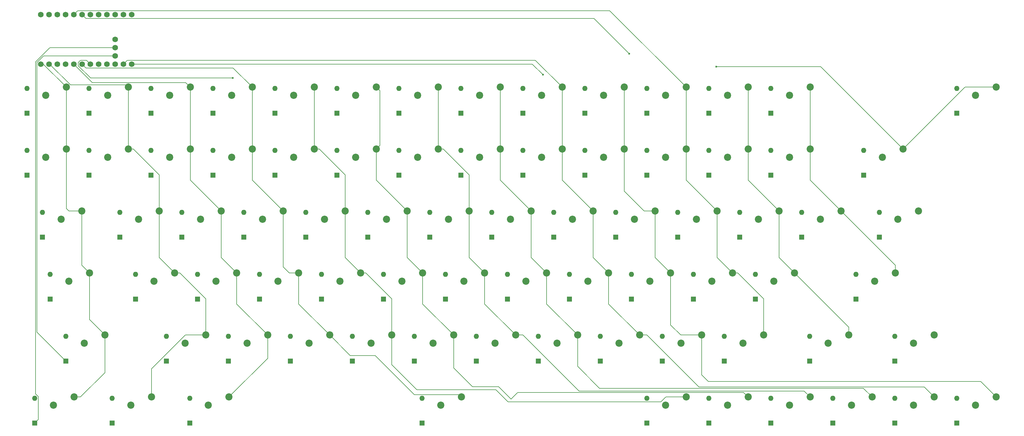
<source format=gbr>
%TF.GenerationSoftware,KiCad,Pcbnew,9.0.2*%
%TF.CreationDate,2025-06-25T18:54:02-05:00*%
%TF.ProjectId,MechaSlate,4d656368-6153-46c6-9174-652e6b696361,rev?*%
%TF.SameCoordinates,Original*%
%TF.FileFunction,Copper,L2,Bot*%
%TF.FilePolarity,Positive*%
%FSLAX46Y46*%
G04 Gerber Fmt 4.6, Leading zero omitted, Abs format (unit mm)*
G04 Created by KiCad (PCBNEW 9.0.2) date 2025-06-25 18:54:02*
%MOMM*%
%LPD*%
G01*
G04 APERTURE LIST*
%TA.AperFunction,ComponentPad*%
%ADD10C,2.200000*%
%TD*%
%TA.AperFunction,ComponentPad*%
%ADD11C,1.752600*%
%TD*%
%TA.AperFunction,ComponentPad*%
%ADD12R,1.600000X1.600000*%
%TD*%
%TA.AperFunction,ComponentPad*%
%ADD13O,1.600000X1.600000*%
%TD*%
%TA.AperFunction,ViaPad*%
%ADD14C,0.600000*%
%TD*%
%TA.AperFunction,Conductor*%
%ADD15C,0.200000*%
%TD*%
G04 APERTURE END LIST*
D10*
%TO.P,S5,1,1*%
%TO.N,col 4*%
X264235000Y-146420000D03*
%TO.P,S5,2,2*%
%TO.N,Net-(D5-A)*%
X257885000Y-148960000D03*
%TD*%
%TO.P,S44,1,1*%
%TO.N,col 1*%
X221372500Y-203570000D03*
%TO.P,S44,2,2*%
%TO.N,Net-(D44-A)*%
X215022500Y-206110000D03*
%TD*%
%TO.P,S61,1,1*%
%TO.N,col 5*%
X307097500Y-222620000D03*
%TO.P,S61,2,2*%
%TO.N,Net-(D61-A)*%
X300747500Y-225160000D03*
%TD*%
%TO.P,S12,1,1*%
%TO.N,col 11*%
X397585000Y-146420000D03*
%TO.P,S12,2,2*%
%TO.N,Net-(D12-A)*%
X391235000Y-148960000D03*
%TD*%
%TO.P,S3,1,1*%
%TO.N,col 2*%
X226135000Y-146420000D03*
%TO.P,S3,2,2*%
%TO.N,Net-(D3-A)*%
X219785000Y-148960000D03*
%TD*%
%TO.P,S48,1,1*%
%TO.N,col 5*%
X297572500Y-203570000D03*
%TO.P,S48,2,2*%
%TO.N,Net-(D48-A)*%
X291222500Y-206110000D03*
%TD*%
%TO.P,S10,1,1*%
%TO.N,col 9*%
X359485000Y-146420000D03*
%TO.P,S10,2,2*%
%TO.N,Net-(D10-A)*%
X353135000Y-148960000D03*
%TD*%
%TO.P,S42,1,1*%
%TO.N,col 13*%
X449972500Y-184520000D03*
%TO.P,S42,2,2*%
%TO.N,Net-(D42-A)*%
X443622500Y-187060000D03*
%TD*%
%TO.P,S78,1,1*%
%TO.N,col 9*%
X473785000Y-241670000D03*
%TO.P,S78,2,2*%
%TO.N,Net-(D78-A)*%
X467435000Y-244210000D03*
%TD*%
%TO.P,S69,1,1*%
%TO.N,col 0*%
X190416250Y-241670000D03*
%TO.P,S69,2,2*%
%TO.N,Net-(D69-A)*%
X184066250Y-244210000D03*
%TD*%
%TO.P,S15,1,1*%
%TO.N,col 0*%
X188035000Y-165470000D03*
%TO.P,S15,2,2*%
%TO.N,Net-(D15-A)*%
X181685000Y-168010000D03*
%TD*%
%TO.P,S7,1,1*%
%TO.N,col 6*%
X302335000Y-146420000D03*
%TO.P,S7,2,2*%
%TO.N,Net-(D7-A)*%
X295985000Y-148960000D03*
%TD*%
%TO.P,S27,1,1*%
%TO.N,col 12*%
X416635000Y-165470000D03*
%TO.P,S27,2,2*%
%TO.N,Net-(D27-A)*%
X410285000Y-168010000D03*
%TD*%
%TO.P,S28,1,1*%
%TO.N,col 13*%
X445210000Y-165470000D03*
%TO.P,S28,2,2*%
%TO.N,Net-(D28-A)*%
X438860000Y-168010000D03*
%TD*%
%TO.P,S20,1,1*%
%TO.N,col 5*%
X283285000Y-165470000D03*
%TO.P,S20,2,2*%
%TO.N,Net-(D20-A)*%
X276935000Y-168010000D03*
%TD*%
%TO.P,S13,1,1*%
%TO.N,col 12*%
X416635000Y-146420000D03*
%TO.P,S13,2,2*%
%TO.N,Net-(D13-A)*%
X410285000Y-148960000D03*
%TD*%
%TO.P,S34,1,1*%
%TO.N,col 5*%
X292810000Y-184520000D03*
%TO.P,S34,2,2*%
%TO.N,Net-(D34-A)*%
X286460000Y-187060000D03*
%TD*%
%TO.P,S33,1,1*%
%TO.N,col 4*%
X273760000Y-184520000D03*
%TO.P,S33,2,2*%
%TO.N,Net-(D33-A)*%
X267410000Y-187060000D03*
%TD*%
%TO.P,S70,1,1*%
%TO.N,col 1*%
X214228750Y-241670000D03*
%TO.P,S70,2,2*%
%TO.N,Net-(D70-A)*%
X207878750Y-244210000D03*
%TD*%
%TO.P,S41,1,1*%
%TO.N,col 12*%
X426160000Y-184520000D03*
%TO.P,S41,2,2*%
%TO.N,Net-(D41-A)*%
X419810000Y-187060000D03*
%TD*%
%TO.P,S66,1,1*%
%TO.N,col 10*%
X402347500Y-222620000D03*
%TO.P,S66,2,2*%
%TO.N,Net-(D66-A)*%
X395997500Y-225160000D03*
%TD*%
%TO.P,S19,1,1*%
%TO.N,col 4*%
X264235000Y-165470000D03*
%TO.P,S19,2,2*%
%TO.N,Net-(D19-A)*%
X257885000Y-168010000D03*
%TD*%
%TO.P,S17,1,1*%
%TO.N,col 2*%
X226135000Y-165470000D03*
%TO.P,S17,2,2*%
%TO.N,Net-(D17-A)*%
X219785000Y-168010000D03*
%TD*%
%TO.P,S21,1,1*%
%TO.N,col 6*%
X302335000Y-165470000D03*
%TO.P,S21,2,2*%
%TO.N,Net-(D21-A)*%
X295985000Y-168010000D03*
%TD*%
%TO.P,S30,1,1*%
%TO.N,col 1*%
X216610000Y-184520000D03*
%TO.P,S30,2,2*%
%TO.N,Net-(D30-A)*%
X210260000Y-187060000D03*
%TD*%
%TO.P,S35,1,1*%
%TO.N,col 6*%
X311860000Y-184520000D03*
%TO.P,S35,2,2*%
%TO.N,Net-(D35-A)*%
X305510000Y-187060000D03*
%TD*%
%TO.P,S67,1,1*%
%TO.N,col 11*%
X428541250Y-222620000D03*
%TO.P,S67,2,2*%
%TO.N,Net-(D67-A)*%
X422191250Y-225160000D03*
%TD*%
%TO.P,S6,1,1*%
%TO.N,col 5*%
X283285000Y-146420000D03*
%TO.P,S6,2,2*%
%TO.N,Net-(D6-A)*%
X276935000Y-148960000D03*
%TD*%
%TO.P,S23,1,1*%
%TO.N,col 8*%
X340435000Y-165470000D03*
%TO.P,S23,2,2*%
%TO.N,Net-(D23-A)*%
X334085000Y-168010000D03*
%TD*%
%TO.P,S75,1,1*%
%TO.N,col 6*%
X416635000Y-241670000D03*
%TO.P,S75,2,2*%
%TO.N,Net-(D75-A)*%
X410285000Y-244210000D03*
%TD*%
%TO.P,S52,1,1*%
%TO.N,col 9*%
X373772500Y-203570000D03*
%TO.P,S52,2,2*%
%TO.N,Net-(D52-A)*%
X367422500Y-206110000D03*
%TD*%
%TO.P,S63,1,1*%
%TO.N,col 7*%
X345197500Y-222620000D03*
%TO.P,S63,2,2*%
%TO.N,Net-(D63-A)*%
X338847500Y-225160000D03*
%TD*%
%TO.P,S60,1,1*%
%TO.N,col 4*%
X288047500Y-222620000D03*
%TO.P,S60,2,2*%
%TO.N,Net-(D60-A)*%
X281697500Y-225160000D03*
%TD*%
%TO.P,S74,1,1*%
%TO.N,col 5*%
X397585000Y-241670000D03*
%TO.P,S74,2,2*%
%TO.N,Net-(D74-A)*%
X391235000Y-244210000D03*
%TD*%
%TO.P,S47,1,1*%
%TO.N,col 4*%
X278522500Y-203570000D03*
%TO.P,S47,2,2*%
%TO.N,Net-(D47-A)*%
X272172500Y-206110000D03*
%TD*%
%TO.P,S40,1,1*%
%TO.N,col 11*%
X407110000Y-184520000D03*
%TO.P,S40,2,2*%
%TO.N,Net-(D40-A)*%
X400760000Y-187060000D03*
%TD*%
%TO.P,S62,1,1*%
%TO.N,col 6*%
X326147500Y-222620000D03*
%TO.P,S62,2,2*%
%TO.N,Net-(D62-A)*%
X319797500Y-225160000D03*
%TD*%
%TO.P,S25,1,1*%
%TO.N,col 10*%
X378535000Y-165470000D03*
%TO.P,S25,2,2*%
%TO.N,Net-(D25-A)*%
X372185000Y-168010000D03*
%TD*%
%TO.P,S58,1,1*%
%TO.N,col 2*%
X249947500Y-222620000D03*
%TO.P,S58,2,2*%
%TO.N,Net-(D58-A)*%
X243597500Y-225160000D03*
%TD*%
%TO.P,S14,1,1*%
%TO.N,col 13*%
X473785000Y-146420000D03*
%TO.P,S14,2,2*%
%TO.N,Net-(D14-A)*%
X467435000Y-148960000D03*
%TD*%
%TO.P,S68,1,1*%
%TO.N,col 12*%
X454735000Y-222620000D03*
%TO.P,S68,2,2*%
%TO.N,Net-(D68-A)*%
X448385000Y-225160000D03*
%TD*%
%TO.P,S2,1,1*%
%TO.N,col 1*%
X207085000Y-146420000D03*
%TO.P,S2,2,2*%
%TO.N,Net-(D2-A)*%
X200735000Y-148960000D03*
%TD*%
%TO.P,S1,1,1*%
%TO.N,col 0*%
X188035000Y-146420000D03*
%TO.P,S1,2,2*%
%TO.N,Net-(D1-A)*%
X181685000Y-148960000D03*
%TD*%
%TO.P,S53,1,1*%
%TO.N,col 10*%
X392822500Y-203570000D03*
%TO.P,S53,2,2*%
%TO.N,Net-(D53-A)*%
X386472500Y-206110000D03*
%TD*%
%TO.P,S64,1,1*%
%TO.N,col 8*%
X364247500Y-222620000D03*
%TO.P,S64,2,2*%
%TO.N,Net-(D64-A)*%
X357897500Y-225160000D03*
%TD*%
%TO.P,S77,1,1*%
%TO.N,col 8*%
X454735000Y-241670000D03*
%TO.P,S77,2,2*%
%TO.N,Net-(D77-A)*%
X448385000Y-244210000D03*
%TD*%
%TO.P,S31,1,1*%
%TO.N,col 2*%
X235660000Y-184520000D03*
%TO.P,S31,2,2*%
%TO.N,Net-(D31-A)*%
X229310000Y-187060000D03*
%TD*%
%TO.P,S22,1,1*%
%TO.N,col 7*%
X321385000Y-165470000D03*
%TO.P,S22,2,2*%
%TO.N,Net-(D22-A)*%
X315035000Y-168010000D03*
%TD*%
%TO.P,S18,1,1*%
%TO.N,col 3*%
X245185000Y-165470000D03*
%TO.P,S18,2,2*%
%TO.N,Net-(D18-A)*%
X238835000Y-168010000D03*
%TD*%
%TO.P,S24,1,1*%
%TO.N,col 9*%
X359485000Y-165470000D03*
%TO.P,S24,2,2*%
%TO.N,Net-(D24-A)*%
X353135000Y-168010000D03*
%TD*%
%TO.P,S71,1,1*%
%TO.N,col 2*%
X238041250Y-241670000D03*
%TO.P,S71,2,2*%
%TO.N,Net-(D71-A)*%
X231691250Y-244210000D03*
%TD*%
%TO.P,S65,1,1*%
%TO.N,col 9*%
X383297500Y-222620000D03*
%TO.P,S65,2,2*%
%TO.N,Net-(D65-A)*%
X376947500Y-225160000D03*
%TD*%
%TO.P,S32,1,1*%
%TO.N,col 3*%
X254710000Y-184520000D03*
%TO.P,S32,2,2*%
%TO.N,Net-(D32-A)*%
X248360000Y-187060000D03*
%TD*%
%TO.P,S4,1,1*%
%TO.N,col 3*%
X245185000Y-146420000D03*
%TO.P,S4,2,2*%
%TO.N,Net-(D4-A)*%
X238835000Y-148960000D03*
%TD*%
%TO.P,S56,1,1*%
%TO.N,col 0*%
X199941250Y-222620000D03*
%TO.P,S56,2,2*%
%TO.N,Net-(D56-A)*%
X193591250Y-225160000D03*
%TD*%
%TO.P,S54,1,1*%
%TO.N,col 11*%
X411872500Y-203570000D03*
%TO.P,S54,2,2*%
%TO.N,Net-(D54-A)*%
X405522500Y-206110000D03*
%TD*%
%TO.P,S72,1,1*%
%TO.N,col 3*%
X309478750Y-241670000D03*
%TO.P,S72,2,2*%
%TO.N,Net-(D72-A)*%
X303128750Y-244210000D03*
%TD*%
%TO.P,S8,1,1*%
%TO.N,col 7*%
X321385000Y-146420000D03*
%TO.P,S8,2,2*%
%TO.N,Net-(D8-A)*%
X315035000Y-148960000D03*
%TD*%
%TO.P,S11,1,1*%
%TO.N,col 10*%
X378535000Y-146420000D03*
%TO.P,S11,2,2*%
%TO.N,Net-(D11-A)*%
X372185000Y-148960000D03*
%TD*%
%TO.P,S9,1,1*%
%TO.N,col 8*%
X340435000Y-146420000D03*
%TO.P,S9,2,2*%
%TO.N,Net-(D9-A)*%
X334085000Y-148960000D03*
%TD*%
%TO.P,S73,1,1*%
%TO.N,col 4*%
X378535000Y-241670000D03*
%TO.P,S73,2,2*%
%TO.N,Net-(D73-A)*%
X372185000Y-244210000D03*
%TD*%
%TO.P,S46,1,1*%
%TO.N,col 3*%
X259472500Y-203570000D03*
%TO.P,S46,2,2*%
%TO.N,Net-(D46-A)*%
X253122500Y-206110000D03*
%TD*%
%TO.P,S51,1,1*%
%TO.N,col 8*%
X354722500Y-203570000D03*
%TO.P,S51,2,2*%
%TO.N,Net-(D51-A)*%
X348372500Y-206110000D03*
%TD*%
%TO.P,S37,1,1*%
%TO.N,col 8*%
X349960000Y-184520000D03*
%TO.P,S37,2,2*%
%TO.N,Net-(D37-A)*%
X343610000Y-187060000D03*
%TD*%
%TO.P,S76,1,1*%
%TO.N,col 7*%
X435685000Y-241670000D03*
%TO.P,S76,2,2*%
%TO.N,Net-(D76-A)*%
X429335000Y-244210000D03*
%TD*%
%TO.P,S26,1,1*%
%TO.N,col 11*%
X397585000Y-165470000D03*
%TO.P,S26,2,2*%
%TO.N,Net-(D26-A)*%
X391235000Y-168010000D03*
%TD*%
%TO.P,S49,1,1*%
%TO.N,col 6*%
X316622500Y-203570000D03*
%TO.P,S49,2,2*%
%TO.N,Net-(D49-A)*%
X310272500Y-206110000D03*
%TD*%
%TO.P,S39,1,1*%
%TO.N,col 10*%
X388060000Y-184520000D03*
%TO.P,S39,2,2*%
%TO.N,Net-(D39-A)*%
X381710000Y-187060000D03*
%TD*%
%TO.P,S38,1,1*%
%TO.N,col 9*%
X369010000Y-184520000D03*
%TO.P,S38,2,2*%
%TO.N,Net-(D38-A)*%
X362660000Y-187060000D03*
%TD*%
%TO.P,S50,1,1*%
%TO.N,col 7*%
X335672500Y-203570000D03*
%TO.P,S50,2,2*%
%TO.N,Net-(D50-A)*%
X329322500Y-206110000D03*
%TD*%
%TO.P,S55,1,1*%
%TO.N,col 12*%
X442828750Y-203570000D03*
%TO.P,S55,2,2*%
%TO.N,Net-(D55-A)*%
X436478750Y-206110000D03*
%TD*%
%TO.P,S45,1,1*%
%TO.N,col 2*%
X240422500Y-203570000D03*
%TO.P,S45,2,2*%
%TO.N,Net-(D45-A)*%
X234072500Y-206110000D03*
%TD*%
%TO.P,S59,1,1*%
%TO.N,col 3*%
X268997500Y-222620000D03*
%TO.P,S59,2,2*%
%TO.N,Net-(D59-A)*%
X262647500Y-225160000D03*
%TD*%
%TO.P,S29,1,1*%
%TO.N,col 0*%
X192797500Y-184520000D03*
%TO.P,S29,2,2*%
%TO.N,Net-(D29-A)*%
X186447500Y-187060000D03*
%TD*%
%TO.P,S16,1,1*%
%TO.N,col 1*%
X207085000Y-165470000D03*
%TO.P,S16,2,2*%
%TO.N,Net-(D16-A)*%
X200735000Y-168010000D03*
%TD*%
D11*
%TO.P,U2,1,1*%
%TO.N,col 0*%
X180175000Y-139340000D03*
%TO.P,U2,2,0*%
%TO.N,col 1*%
X182715000Y-139340000D03*
%TO.P,U2,3,GND*%
%TO.N,GND*%
X185255000Y-139340000D03*
%TO.P,U2,4,GND*%
%TO.N,unconnected-(U2-GND-Pad4)*%
X187795000Y-139340000D03*
%TO.P,U2,5,2*%
%TO.N,col 2*%
X190335000Y-139340000D03*
%TO.P,U2,6,3*%
%TO.N,col 3*%
X192875000Y-139340000D03*
%TO.P,U2,7,4*%
%TO.N,col 4*%
X195415000Y-139340000D03*
%TO.P,U2,8,5*%
%TO.N,col 5*%
X197955000Y-139340000D03*
%TO.P,U2,9,6*%
%TO.N,col 6*%
X200495000Y-139340000D03*
%TO.P,U2,10,7*%
%TO.N,col 7*%
X203035000Y-139340000D03*
%TO.P,U2,11,8*%
%TO.N,col 8*%
X205575000Y-139340000D03*
%TO.P,U2,12,9*%
%TO.N,col 9*%
X208115000Y-139340000D03*
%TO.P,U2,13,10*%
%TO.N,Row 3*%
X208115000Y-124100000D03*
%TO.P,U2,14,16*%
%TO.N,Row 2*%
X205575000Y-124100000D03*
%TO.P,U2,15,14*%
%TO.N,Row 1*%
X203035000Y-124100000D03*
%TO.P,U2,16,15*%
%TO.N,Row 0*%
X200495000Y-124100000D03*
%TO.P,U2,17,18*%
%TO.N,col 13*%
X197955000Y-124100000D03*
%TO.P,U2,18,19*%
%TO.N,col 12*%
X195415000Y-124100000D03*
%TO.P,U2,19,20*%
%TO.N,col 11*%
X192875000Y-124100000D03*
%TO.P,U2,20,21*%
%TO.N,col 10*%
X190335000Y-124100000D03*
%TO.P,U2,21,3.3v*%
%TO.N,unconnected-(U2-3.3v-Pad21)*%
X187795000Y-124100000D03*
%TO.P,U2,22,RST*%
%TO.N,unconnected-(U2-RST-Pad22)*%
X185255000Y-124100000D03*
%TO.P,U2,23,GND*%
%TO.N,unconnected-(U2-GND-Pad23)*%
X182715000Y-124100000D03*
%TO.P,U2,24,B+*%
%TO.N,unconnected-(U2-B+-Pad24)*%
X180175000Y-124100000D03*
%TO.P,U2,25,1*%
%TO.N,Row 4*%
X203035000Y-136800000D03*
%TO.P,U2,26,2*%
%TO.N,Row 5*%
X203035000Y-134260000D03*
%TO.P,U2,27,7*%
%TO.N,unconnected-(U2-7-Pad27)*%
X203035000Y-131720000D03*
%TD*%
D10*
%TO.P,S57,1,1*%
%TO.N,col 1*%
X230897500Y-222620000D03*
%TO.P,S57,2,2*%
%TO.N,Net-(D57-A)*%
X224547500Y-225160000D03*
%TD*%
%TO.P,S43,1,1*%
%TO.N,col 0*%
X195178750Y-203570000D03*
%TO.P,S43,2,2*%
%TO.N,Net-(D43-A)*%
X188828750Y-206110000D03*
%TD*%
%TO.P,S36,1,1*%
%TO.N,col 7*%
X330910000Y-184520000D03*
%TO.P,S36,2,2*%
%TO.N,Net-(D36-A)*%
X324560000Y-187060000D03*
%TD*%
D12*
%TO.P,D77,1,K*%
%TO.N,Row 5*%
X442655000Y-249670000D03*
D13*
%TO.P,D77,2,A*%
%TO.N,Net-(D77-A)*%
X442655000Y-242050000D03*
%TD*%
D12*
%TO.P,D15,1,K*%
%TO.N,Row 1*%
X175955000Y-173470000D03*
D13*
%TO.P,D15,2,A*%
%TO.N,Net-(D15-A)*%
X175955000Y-165850000D03*
%TD*%
D12*
%TO.P,D65,1,K*%
%TO.N,Row 4*%
X371217500Y-230620000D03*
D13*
%TO.P,D65,2,A*%
%TO.N,Net-(D65-A)*%
X371217500Y-223000000D03*
%TD*%
D12*
%TO.P,D78,1,K*%
%TO.N,Row 5*%
X461705000Y-249670000D03*
D13*
%TO.P,D78,2,A*%
%TO.N,Net-(D78-A)*%
X461705000Y-242050000D03*
%TD*%
D12*
%TO.P,D54,1,K*%
%TO.N,Row 3*%
X399792500Y-211570000D03*
D13*
%TO.P,D54,2,A*%
%TO.N,Net-(D54-A)*%
X399792500Y-203950000D03*
%TD*%
D12*
%TO.P,D67,1,K*%
%TO.N,Row 4*%
X416461250Y-230620000D03*
D13*
%TO.P,D67,2,A*%
%TO.N,Net-(D67-A)*%
X416461250Y-223000000D03*
%TD*%
D12*
%TO.P,D29,1,K*%
%TO.N,Row 2*%
X180717500Y-192520000D03*
D13*
%TO.P,D29,2,A*%
%TO.N,Net-(D29-A)*%
X180717500Y-184900000D03*
%TD*%
D12*
%TO.P,D64,1,K*%
%TO.N,Row 4*%
X352167500Y-230620000D03*
D13*
%TO.P,D64,2,A*%
%TO.N,Net-(D64-A)*%
X352167500Y-223000000D03*
%TD*%
D12*
%TO.P,D75,1,K*%
%TO.N,Row 5*%
X404555000Y-249670000D03*
D13*
%TO.P,D75,2,A*%
%TO.N,Net-(D75-A)*%
X404555000Y-242050000D03*
%TD*%
D12*
%TO.P,D1,1,K*%
%TO.N,Row 0*%
X175955000Y-154420000D03*
D13*
%TO.P,D1,2,A*%
%TO.N,Net-(D1-A)*%
X175955000Y-146800000D03*
%TD*%
D12*
%TO.P,D36,1,K*%
%TO.N,Row 2*%
X318830000Y-192520000D03*
D13*
%TO.P,D36,2,A*%
%TO.N,Net-(D36-A)*%
X318830000Y-184900000D03*
%TD*%
D12*
%TO.P,D27,1,K*%
%TO.N,Row 1*%
X404555000Y-173470000D03*
D13*
%TO.P,D27,2,A*%
%TO.N,Net-(D27-A)*%
X404555000Y-165850000D03*
%TD*%
D12*
%TO.P,D31,1,K*%
%TO.N,Row 2*%
X223580000Y-192520000D03*
D13*
%TO.P,D31,2,A*%
%TO.N,Net-(D31-A)*%
X223580000Y-184900000D03*
%TD*%
D12*
%TO.P,D49,1,K*%
%TO.N,Row 3*%
X304542500Y-211570000D03*
D13*
%TO.P,D49,2,A*%
%TO.N,Net-(D49-A)*%
X304542500Y-203950000D03*
%TD*%
D12*
%TO.P,D28,1,K*%
%TO.N,Row 1*%
X433130000Y-173470000D03*
D13*
%TO.P,D28,2,A*%
%TO.N,Net-(D28-A)*%
X433130000Y-165850000D03*
%TD*%
D12*
%TO.P,D48,1,K*%
%TO.N,Row 3*%
X285492500Y-211570000D03*
D13*
%TO.P,D48,2,A*%
%TO.N,Net-(D48-A)*%
X285492500Y-203950000D03*
%TD*%
D12*
%TO.P,D2,1,K*%
%TO.N,Row 0*%
X195005000Y-154420000D03*
D13*
%TO.P,D2,2,A*%
%TO.N,Net-(D2-A)*%
X195005000Y-146800000D03*
%TD*%
D12*
%TO.P,D6,1,K*%
%TO.N,Row 0*%
X271205000Y-154420000D03*
D13*
%TO.P,D6,2,A*%
%TO.N,Net-(D6-A)*%
X271205000Y-146800000D03*
%TD*%
D12*
%TO.P,D8,1,K*%
%TO.N,Row 0*%
X309305000Y-154420000D03*
D13*
%TO.P,D8,2,A*%
%TO.N,Net-(D8-A)*%
X309305000Y-146800000D03*
%TD*%
D12*
%TO.P,D53,1,K*%
%TO.N,Row 3*%
X380742500Y-211570000D03*
D13*
%TO.P,D53,2,A*%
%TO.N,Net-(D53-A)*%
X380742500Y-203950000D03*
%TD*%
D12*
%TO.P,D25,1,K*%
%TO.N,Row 1*%
X366455000Y-173470000D03*
D13*
%TO.P,D25,2,A*%
%TO.N,Net-(D25-A)*%
X366455000Y-165850000D03*
%TD*%
D12*
%TO.P,D40,1,K*%
%TO.N,Row 2*%
X395030000Y-192520000D03*
D13*
%TO.P,D40,2,A*%
%TO.N,Net-(D40-A)*%
X395030000Y-184900000D03*
%TD*%
D12*
%TO.P,D4,1,K*%
%TO.N,Row 0*%
X233105000Y-154420000D03*
D13*
%TO.P,D4,2,A*%
%TO.N,Net-(D4-A)*%
X233105000Y-146800000D03*
%TD*%
D12*
%TO.P,D70,1,K*%
%TO.N,Row 5*%
X202148750Y-249670000D03*
D13*
%TO.P,D70,2,A*%
%TO.N,Net-(D70-A)*%
X202148750Y-242050000D03*
%TD*%
D12*
%TO.P,D58,1,K*%
%TO.N,Row 4*%
X237867500Y-230620000D03*
D13*
%TO.P,D58,2,A*%
%TO.N,Net-(D58-A)*%
X237867500Y-223000000D03*
%TD*%
D12*
%TO.P,D32,1,K*%
%TO.N,Row 2*%
X242630000Y-192520000D03*
D13*
%TO.P,D32,2,A*%
%TO.N,Net-(D32-A)*%
X242630000Y-184900000D03*
%TD*%
D12*
%TO.P,D23,1,K*%
%TO.N,Row 1*%
X328355000Y-173470000D03*
D13*
%TO.P,D23,2,A*%
%TO.N,Net-(D23-A)*%
X328355000Y-165850000D03*
%TD*%
D12*
%TO.P,D55,1,K*%
%TO.N,Row 3*%
X430748750Y-211570000D03*
D13*
%TO.P,D55,2,A*%
%TO.N,Net-(D55-A)*%
X430748750Y-203950000D03*
%TD*%
D12*
%TO.P,D14,1,K*%
%TO.N,Row 0*%
X461705000Y-154420000D03*
D13*
%TO.P,D14,2,A*%
%TO.N,Net-(D14-A)*%
X461705000Y-146800000D03*
%TD*%
D12*
%TO.P,D74,1,K*%
%TO.N,Row 5*%
X385505000Y-249670000D03*
D13*
%TO.P,D74,2,A*%
%TO.N,Net-(D74-A)*%
X385505000Y-242050000D03*
%TD*%
D12*
%TO.P,D76,1,K*%
%TO.N,Row 5*%
X423605000Y-249670000D03*
D13*
%TO.P,D76,2,A*%
%TO.N,Net-(D76-A)*%
X423605000Y-242050000D03*
%TD*%
D12*
%TO.P,D7,1,K*%
%TO.N,Row 0*%
X290255000Y-154420000D03*
D13*
%TO.P,D7,2,A*%
%TO.N,Net-(D7-A)*%
X290255000Y-146800000D03*
%TD*%
D12*
%TO.P,D69,1,K*%
%TO.N,Row 5*%
X178336250Y-249670000D03*
D13*
%TO.P,D69,2,A*%
%TO.N,Net-(D69-A)*%
X178336250Y-242050000D03*
%TD*%
D12*
%TO.P,D52,1,K*%
%TO.N,Row 3*%
X361692500Y-211570000D03*
D13*
%TO.P,D52,2,A*%
%TO.N,Net-(D52-A)*%
X361692500Y-203950000D03*
%TD*%
D12*
%TO.P,D24,1,K*%
%TO.N,Row 1*%
X347405000Y-173470000D03*
D13*
%TO.P,D24,2,A*%
%TO.N,Net-(D24-A)*%
X347405000Y-165850000D03*
%TD*%
D12*
%TO.P,D5,1,K*%
%TO.N,Row 0*%
X252155000Y-154420000D03*
D13*
%TO.P,D5,2,A*%
%TO.N,Net-(D5-A)*%
X252155000Y-146800000D03*
%TD*%
D12*
%TO.P,D68,1,K*%
%TO.N,Row 4*%
X442655000Y-230620000D03*
D13*
%TO.P,D68,2,A*%
%TO.N,Net-(D68-A)*%
X442655000Y-223000000D03*
%TD*%
D12*
%TO.P,D42,1,K*%
%TO.N,Row 2*%
X437892500Y-192520000D03*
D13*
%TO.P,D42,2,A*%
%TO.N,Net-(D42-A)*%
X437892500Y-184900000D03*
%TD*%
D12*
%TO.P,D41,1,K*%
%TO.N,Row 2*%
X414080000Y-192520000D03*
D13*
%TO.P,D41,2,A*%
%TO.N,Net-(D41-A)*%
X414080000Y-184900000D03*
%TD*%
D12*
%TO.P,D71,1,K*%
%TO.N,Row 5*%
X225961250Y-249670000D03*
D13*
%TO.P,D71,2,A*%
%TO.N,Net-(D71-A)*%
X225961250Y-242050000D03*
%TD*%
D12*
%TO.P,D56,1,K*%
%TO.N,Row 4*%
X187861250Y-230620000D03*
D13*
%TO.P,D56,2,A*%
%TO.N,Net-(D56-A)*%
X187861250Y-223000000D03*
%TD*%
D12*
%TO.P,D26,1,K*%
%TO.N,Row 1*%
X385505000Y-173470000D03*
D13*
%TO.P,D26,2,A*%
%TO.N,Net-(D26-A)*%
X385505000Y-165850000D03*
%TD*%
D12*
%TO.P,D57,1,K*%
%TO.N,Row 4*%
X218817500Y-230620000D03*
D13*
%TO.P,D57,2,A*%
%TO.N,Net-(D57-A)*%
X218817500Y-223000000D03*
%TD*%
D12*
%TO.P,D33,1,K*%
%TO.N,Row 2*%
X261680000Y-192520000D03*
D13*
%TO.P,D33,2,A*%
%TO.N,Net-(D33-A)*%
X261680000Y-184900000D03*
%TD*%
D12*
%TO.P,D11,1,K*%
%TO.N,Row 0*%
X366455000Y-154420000D03*
D13*
%TO.P,D11,2,A*%
%TO.N,Net-(D11-A)*%
X366455000Y-146800000D03*
%TD*%
D12*
%TO.P,D12,1,K*%
%TO.N,Row 0*%
X385505000Y-154420000D03*
D13*
%TO.P,D12,2,A*%
%TO.N,Net-(D12-A)*%
X385505000Y-146800000D03*
%TD*%
D12*
%TO.P,D19,1,K*%
%TO.N,Row 1*%
X252155000Y-173470000D03*
D13*
%TO.P,D19,2,A*%
%TO.N,Net-(D19-A)*%
X252155000Y-165850000D03*
%TD*%
D12*
%TO.P,D50,1,K*%
%TO.N,Row 3*%
X323592500Y-211570000D03*
D13*
%TO.P,D50,2,A*%
%TO.N,Net-(D50-A)*%
X323592500Y-203950000D03*
%TD*%
D12*
%TO.P,D51,1,K*%
%TO.N,Row 3*%
X342642500Y-211570000D03*
D13*
%TO.P,D51,2,A*%
%TO.N,Net-(D51-A)*%
X342642500Y-203950000D03*
%TD*%
D12*
%TO.P,D37,1,K*%
%TO.N,Row 2*%
X337880000Y-192520000D03*
D13*
%TO.P,D37,2,A*%
%TO.N,Net-(D37-A)*%
X337880000Y-184900000D03*
%TD*%
D12*
%TO.P,D22,1,K*%
%TO.N,Row 1*%
X309305000Y-173470000D03*
D13*
%TO.P,D22,2,A*%
%TO.N,Net-(D22-A)*%
X309305000Y-165850000D03*
%TD*%
D12*
%TO.P,D18,1,K*%
%TO.N,Row 1*%
X233105000Y-173470000D03*
D13*
%TO.P,D18,2,A*%
%TO.N,Net-(D18-A)*%
X233105000Y-165850000D03*
%TD*%
D12*
%TO.P,D45,1,K*%
%TO.N,Row 3*%
X228342500Y-211570000D03*
D13*
%TO.P,D45,2,A*%
%TO.N,Net-(D45-A)*%
X228342500Y-203950000D03*
%TD*%
D12*
%TO.P,D30,1,K*%
%TO.N,Row 2*%
X204530000Y-192520000D03*
D13*
%TO.P,D30,2,A*%
%TO.N,Net-(D30-A)*%
X204530000Y-184900000D03*
%TD*%
D12*
%TO.P,D21,1,K*%
%TO.N,Row 1*%
X290255000Y-173470000D03*
D13*
%TO.P,D21,2,A*%
%TO.N,Net-(D21-A)*%
X290255000Y-165850000D03*
%TD*%
D12*
%TO.P,D39,1,K*%
%TO.N,Row 2*%
X375980000Y-192520000D03*
D13*
%TO.P,D39,2,A*%
%TO.N,Net-(D39-A)*%
X375980000Y-184900000D03*
%TD*%
D12*
%TO.P,D38,1,K*%
%TO.N,Row 2*%
X356930000Y-192520000D03*
D13*
%TO.P,D38,2,A*%
%TO.N,Net-(D38-A)*%
X356930000Y-184900000D03*
%TD*%
D12*
%TO.P,D72,1,K*%
%TO.N,Row 5*%
X297398750Y-249670000D03*
D13*
%TO.P,D72,2,A*%
%TO.N,Net-(D72-A)*%
X297398750Y-242050000D03*
%TD*%
D12*
%TO.P,D17,1,K*%
%TO.N,Row 1*%
X214055000Y-173470000D03*
D13*
%TO.P,D17,2,A*%
%TO.N,Net-(D17-A)*%
X214055000Y-165850000D03*
%TD*%
D12*
%TO.P,D43,1,K*%
%TO.N,Row 3*%
X183098750Y-211570000D03*
D13*
%TO.P,D43,2,A*%
%TO.N,Net-(D43-A)*%
X183098750Y-203950000D03*
%TD*%
D12*
%TO.P,D61,1,K*%
%TO.N,Row 4*%
X295017500Y-230620000D03*
D13*
%TO.P,D61,2,A*%
%TO.N,Net-(D61-A)*%
X295017500Y-223000000D03*
%TD*%
D12*
%TO.P,D60,1,K*%
%TO.N,Row 4*%
X275967500Y-230620000D03*
D13*
%TO.P,D60,2,A*%
%TO.N,Net-(D60-A)*%
X275967500Y-223000000D03*
%TD*%
D12*
%TO.P,D62,1,K*%
%TO.N,Row 4*%
X314067500Y-230620000D03*
D13*
%TO.P,D62,2,A*%
%TO.N,Net-(D62-A)*%
X314067500Y-223000000D03*
%TD*%
D12*
%TO.P,D34,1,K*%
%TO.N,Row 2*%
X280730000Y-192520000D03*
D13*
%TO.P,D34,2,A*%
%TO.N,Net-(D34-A)*%
X280730000Y-184900000D03*
%TD*%
D12*
%TO.P,D47,1,K*%
%TO.N,Row 3*%
X266442500Y-211570000D03*
D13*
%TO.P,D47,2,A*%
%TO.N,Net-(D47-A)*%
X266442500Y-203950000D03*
%TD*%
D12*
%TO.P,D3,1,K*%
%TO.N,Row 0*%
X214055000Y-154420000D03*
D13*
%TO.P,D3,2,A*%
%TO.N,Net-(D3-A)*%
X214055000Y-146800000D03*
%TD*%
D12*
%TO.P,D66,1,K*%
%TO.N,Row 4*%
X390267500Y-230620000D03*
D13*
%TO.P,D66,2,A*%
%TO.N,Net-(D66-A)*%
X390267500Y-223000000D03*
%TD*%
D12*
%TO.P,D63,1,K*%
%TO.N,Row 4*%
X333117500Y-230620000D03*
D13*
%TO.P,D63,2,A*%
%TO.N,Net-(D63-A)*%
X333117500Y-223000000D03*
%TD*%
D12*
%TO.P,D35,1,K*%
%TO.N,Row 2*%
X299780000Y-192520000D03*
D13*
%TO.P,D35,2,A*%
%TO.N,Net-(D35-A)*%
X299780000Y-184900000D03*
%TD*%
D12*
%TO.P,D20,1,K*%
%TO.N,Row 1*%
X271205000Y-173470000D03*
D13*
%TO.P,D20,2,A*%
%TO.N,Net-(D20-A)*%
X271205000Y-165850000D03*
%TD*%
D12*
%TO.P,D16,1,K*%
%TO.N,Row 1*%
X195005000Y-173470000D03*
D13*
%TO.P,D16,2,A*%
%TO.N,Net-(D16-A)*%
X195005000Y-165850000D03*
%TD*%
D12*
%TO.P,D44,1,K*%
%TO.N,Row 3*%
X209292500Y-211570000D03*
D13*
%TO.P,D44,2,A*%
%TO.N,Net-(D44-A)*%
X209292500Y-203950000D03*
%TD*%
D12*
%TO.P,D13,1,K*%
%TO.N,Row 0*%
X404555000Y-154420000D03*
D13*
%TO.P,D13,2,A*%
%TO.N,Net-(D13-A)*%
X404555000Y-146800000D03*
%TD*%
D12*
%TO.P,D10,1,K*%
%TO.N,Row 0*%
X347405000Y-154420000D03*
D13*
%TO.P,D10,2,A*%
%TO.N,Net-(D10-A)*%
X347405000Y-146800000D03*
%TD*%
D12*
%TO.P,D9,1,K*%
%TO.N,Row 0*%
X328355000Y-154420000D03*
D13*
%TO.P,D9,2,A*%
%TO.N,Net-(D9-A)*%
X328355000Y-146800000D03*
%TD*%
D12*
%TO.P,D59,1,K*%
%TO.N,Row 4*%
X256917500Y-230620000D03*
D13*
%TO.P,D59,2,A*%
%TO.N,Net-(D59-A)*%
X256917500Y-223000000D03*
%TD*%
D12*
%TO.P,D73,1,K*%
%TO.N,Row 5*%
X366455000Y-249670000D03*
D13*
%TO.P,D73,2,A*%
%TO.N,Net-(D73-A)*%
X366455000Y-242050000D03*
%TD*%
D12*
%TO.P,D46,1,K*%
%TO.N,Row 3*%
X247392500Y-211570000D03*
D13*
%TO.P,D46,2,A*%
%TO.N,Net-(D46-A)*%
X247392500Y-203950000D03*
%TD*%
D14*
%TO.N,col 4*%
X239235000Y-143620000D03*
%TO.N,col 9*%
X334535000Y-142620000D03*
%TO.N,col 11*%
X361035000Y-136120000D03*
%TO.N,col 13*%
X387835000Y-140120000D03*
%TD*%
D15*
%TO.N,Row 4*%
X178997700Y-138852346D02*
X178997700Y-221756450D01*
X203035000Y-136800000D02*
X181050046Y-136800000D01*
X181050046Y-136800000D02*
X178997700Y-138852346D01*
X178997700Y-221756450D02*
X187861250Y-230620000D01*
%TO.N,col 0*%
X188835000Y-184520000D02*
X192797500Y-184520000D01*
X192797500Y-201188750D02*
X195178750Y-203570000D01*
X199941250Y-222620000D02*
X199941250Y-234149816D01*
X188035000Y-146420000D02*
X188035000Y-165470000D01*
X188035000Y-146420000D02*
X180955000Y-139340000D01*
X192797500Y-184520000D02*
X192797500Y-201188750D01*
X180955000Y-139340000D02*
X180175000Y-139340000D01*
X188035000Y-165470000D02*
X188035000Y-183720000D01*
X195178750Y-217857500D02*
X199941250Y-222620000D01*
X199941250Y-234149816D02*
X192421066Y-241670000D01*
X188035000Y-183720000D02*
X188835000Y-184520000D01*
X195178750Y-203570000D02*
X195178750Y-217857500D01*
X192421066Y-241670000D02*
X190416250Y-241670000D01*
%TO.N,col 1*%
X182936314Y-139340000D02*
X189295314Y-145699000D01*
X216610000Y-184520000D02*
X216610000Y-198807500D01*
X224615500Y-222620000D02*
X214228750Y-233006750D01*
X230897500Y-211539366D02*
X230897500Y-222620000D01*
X207085000Y-165470000D02*
X208640634Y-165470000D01*
X189295314Y-145699000D02*
X206364000Y-145699000D01*
X216610000Y-173439366D02*
X216610000Y-184520000D01*
X230897500Y-222620000D02*
X224615500Y-222620000D01*
X216610000Y-198807500D02*
X221372500Y-203570000D01*
X207085000Y-146420000D02*
X207085000Y-165470000D01*
X221372500Y-203570000D02*
X222928134Y-203570000D01*
X208640634Y-165470000D02*
X216610000Y-173439366D01*
X214228750Y-233006750D02*
X214228750Y-241670000D01*
X182715000Y-139340000D02*
X182936314Y-139340000D01*
X206364000Y-145699000D02*
X207085000Y-146420000D01*
X222928134Y-203570000D02*
X230897500Y-211539366D01*
%TO.N,col 2*%
X235660000Y-198807500D02*
X240422500Y-203570000D01*
X249947500Y-222620000D02*
X249947500Y-229763750D01*
X196014000Y-145019000D02*
X224734000Y-145019000D01*
X226135000Y-146420000D02*
X226135000Y-165470000D01*
X235660000Y-184520000D02*
X235660000Y-198807500D01*
X226135000Y-165470000D02*
X226135000Y-174995000D01*
X240422500Y-203570000D02*
X240422500Y-213095000D01*
X226135000Y-174995000D02*
X235660000Y-184520000D01*
X190335000Y-139340000D02*
X196014000Y-145019000D01*
X249947500Y-229763750D02*
X238041250Y-241670000D01*
X240422500Y-213095000D02*
X249947500Y-222620000D01*
X224734000Y-145019000D02*
X226135000Y-146420000D01*
%TO.N,col 3*%
X308757750Y-240949000D02*
X309478750Y-241670000D01*
X245185000Y-146420000D02*
X245185000Y-165470000D01*
X245185000Y-165470000D02*
X245185000Y-174995000D01*
X295002000Y-240949000D02*
X308757750Y-240949000D01*
X254710000Y-201695000D02*
X256585000Y-203570000D01*
X259472500Y-203570000D02*
X259472500Y-213095000D01*
X282954000Y-228901000D02*
X295002000Y-240949000D01*
X194052300Y-140517300D02*
X239282300Y-140517300D01*
X245185000Y-174995000D02*
X254710000Y-184520000D01*
X275278500Y-228901000D02*
X282954000Y-228901000D01*
X192875000Y-139340000D02*
X194052300Y-140517300D01*
X259472500Y-213095000D02*
X268997500Y-222620000D01*
X268997500Y-222620000D02*
X275278500Y-228901000D01*
X239282300Y-140517300D02*
X245185000Y-146420000D01*
X256585000Y-203570000D02*
X259472500Y-203570000D01*
X254710000Y-184520000D02*
X254710000Y-201695000D01*
%TO.N,col 4*%
X265790634Y-165470000D02*
X273760000Y-173439366D01*
X192387346Y-138162700D02*
X191697700Y-138852346D01*
X372285000Y-241670000D02*
X378535000Y-241670000D01*
X288047500Y-211539366D02*
X288047500Y-222620000D01*
X370804000Y-243151000D02*
X372285000Y-241670000D01*
X273760000Y-184520000D02*
X273760000Y-198807500D01*
X194237700Y-138162700D02*
X192387346Y-138162700D01*
X264235000Y-165470000D02*
X265790634Y-165470000D01*
X288047500Y-231732500D02*
X295735000Y-239420000D01*
X195490046Y-143620000D02*
X239235000Y-143620000D01*
X195415000Y-139340000D02*
X194237700Y-138162700D01*
X320035000Y-239420000D02*
X323766000Y-243151000D01*
X273760000Y-198807500D02*
X278522500Y-203570000D01*
X264235000Y-146420000D02*
X264235000Y-165470000D01*
X191697700Y-138852346D02*
X191697700Y-139827654D01*
X295735000Y-239420000D02*
X320035000Y-239420000D01*
X273760000Y-173439366D02*
X273760000Y-184520000D01*
X278522500Y-203570000D02*
X280078134Y-203570000D01*
X288047500Y-222620000D02*
X288047500Y-231732500D01*
X191697700Y-139827654D02*
X195490046Y-143620000D01*
X280078134Y-203570000D02*
X288047500Y-211539366D01*
X323766000Y-243151000D02*
X370804000Y-243151000D01*
%TO.N,Row 5*%
X179437250Y-248569000D02*
X178336250Y-249670000D01*
X178596700Y-138686246D02*
X178596700Y-240721764D01*
X179437250Y-241562314D02*
X179437250Y-248569000D01*
X203035000Y-134260000D02*
X183022946Y-134260000D01*
X178596700Y-240721764D02*
X179437250Y-241562314D01*
X183022946Y-134260000D02*
X178596700Y-138686246D01*
%TO.N,col 5*%
X312835000Y-238520000D02*
X320935000Y-238520000D01*
X292810000Y-198807500D02*
X297572500Y-203570000D01*
X283285000Y-174995000D02*
X292810000Y-184520000D01*
X283285000Y-165470000D02*
X283285000Y-174995000D01*
X324735000Y-242320000D02*
X326786000Y-240269000D01*
X396184000Y-240269000D02*
X397585000Y-241670000D01*
X297572500Y-213095000D02*
X307097500Y-222620000D01*
X292810000Y-184520000D02*
X292810000Y-198807500D01*
X284384999Y-147519999D02*
X284384999Y-164370001D01*
X326786000Y-240269000D02*
X396184000Y-240269000D01*
X284384999Y-164370001D02*
X283285000Y-165470000D01*
X307097500Y-232782500D02*
X312835000Y-238520000D01*
X283285000Y-146420000D02*
X284384999Y-147519999D01*
X320935000Y-238520000D02*
X324735000Y-242320000D01*
X297572500Y-203570000D02*
X297572500Y-213095000D01*
X307097500Y-222620000D02*
X307097500Y-232782500D01*
%TO.N,col 6*%
X303890634Y-165470000D02*
X311860000Y-173439366D01*
X326147500Y-222620000D02*
X328347498Y-222620000D01*
X328347498Y-222620000D02*
X345595498Y-239868000D01*
X302335000Y-146420000D02*
X302335000Y-165470000D01*
X316622500Y-213095000D02*
X326147500Y-222620000D01*
X316622500Y-203570000D02*
X316622500Y-213095000D01*
X311860000Y-198807500D02*
X316622500Y-203570000D01*
X311860000Y-184520000D02*
X311860000Y-198807500D01*
X311860000Y-173439366D02*
X311860000Y-184520000D01*
X302335000Y-165470000D02*
X303890634Y-165470000D01*
X345595498Y-239868000D02*
X414833000Y-239868000D01*
X414833000Y-239868000D02*
X416635000Y-241670000D01*
%TO.N,col 7*%
X330910000Y-184520000D02*
X330910000Y-198807500D01*
X330910000Y-198807500D02*
X335672500Y-203570000D01*
X321385000Y-146420000D02*
X321385000Y-165470000D01*
X321385000Y-174995000D02*
X330910000Y-184520000D01*
X351935000Y-239020000D02*
X433035000Y-239020000D01*
X335672500Y-203570000D02*
X335672500Y-213095000D01*
X335672500Y-213095000D02*
X345197500Y-222620000D01*
X345197500Y-222620000D02*
X345197500Y-232282500D01*
X321385000Y-165470000D02*
X321385000Y-174995000D01*
X345197500Y-232282500D02*
X351935000Y-239020000D01*
X433035000Y-239020000D02*
X435685000Y-241670000D01*
%TO.N,col 8*%
X451684000Y-238619000D02*
X454735000Y-241670000D01*
X382446498Y-238619000D02*
X451684000Y-238619000D01*
X354722500Y-213095000D02*
X364247500Y-222620000D01*
X340435000Y-146420000D02*
X340435000Y-165470000D01*
X205575000Y-139340000D02*
X206752300Y-138162700D01*
X354722500Y-203570000D02*
X354722500Y-213095000D01*
X366447498Y-222620000D02*
X382446498Y-238619000D01*
X340435000Y-165470000D02*
X340435000Y-174995000D01*
X349960000Y-184520000D02*
X349960000Y-198807500D01*
X349960000Y-198807500D02*
X354722500Y-203570000D01*
X364247500Y-222620000D02*
X366447498Y-222620000D01*
X340435000Y-174995000D02*
X349960000Y-184520000D01*
X206752300Y-138162700D02*
X332177700Y-138162700D01*
X332177700Y-138162700D02*
X340435000Y-146420000D01*
%TO.N,col 9*%
X369010000Y-184520000D02*
X369010000Y-198807500D01*
X208115000Y-139340000D02*
X331255000Y-139340000D01*
X385335000Y-236920000D02*
X469035000Y-236920000D01*
X365635000Y-184520000D02*
X369010000Y-184520000D01*
X359485000Y-146420000D02*
X359485000Y-165470000D01*
X373772500Y-203570000D02*
X373772500Y-219557500D01*
X383297500Y-234882500D02*
X385335000Y-236920000D01*
X359485000Y-165470000D02*
X359485000Y-178370000D01*
X376835000Y-222620000D02*
X383297500Y-222620000D01*
X359485000Y-178370000D02*
X365635000Y-184520000D01*
X331255000Y-139340000D02*
X334535000Y-142620000D01*
X383297500Y-222620000D02*
X383297500Y-234882500D01*
X369010000Y-198807500D02*
X373772500Y-203570000D01*
X373772500Y-219557500D02*
X376835000Y-222620000D01*
X469035000Y-236920000D02*
X473785000Y-241670000D01*
%TO.N,col 10*%
X190335000Y-124100000D02*
X191512300Y-122922700D01*
X388060000Y-198807500D02*
X392822500Y-203570000D01*
X355037700Y-122922700D02*
X378535000Y-146420000D01*
X378535000Y-174995000D02*
X388060000Y-184520000D01*
X402347500Y-211539366D02*
X402347500Y-222620000D01*
X378535000Y-165470000D02*
X378535000Y-174995000D01*
X392822500Y-203570000D02*
X394378134Y-203570000D01*
X388060000Y-184520000D02*
X388060000Y-198807500D01*
X191512300Y-122922700D02*
X355037700Y-122922700D01*
X378535000Y-146420000D02*
X378535000Y-165470000D01*
X394378134Y-203570000D02*
X402347500Y-211539366D01*
%TO.N,col 11*%
X194052300Y-125277300D02*
X350192300Y-125277300D01*
X407110000Y-198807500D02*
X411872500Y-203570000D01*
X192875000Y-124100000D02*
X194052300Y-125277300D01*
X407110000Y-184520000D02*
X407110000Y-198807500D01*
X397585000Y-165470000D02*
X397585000Y-174995000D01*
X411872500Y-203570000D02*
X428541250Y-220238750D01*
X428541250Y-220238750D02*
X428541250Y-222620000D01*
X397585000Y-146420000D02*
X397585000Y-165470000D01*
X350192300Y-125277300D02*
X361035000Y-136120000D01*
X397585000Y-174995000D02*
X407110000Y-184520000D01*
%TO.N,col 12*%
X416635000Y-165470000D02*
X416635000Y-174995000D01*
X442828750Y-201188750D02*
X442828750Y-203570000D01*
X426160000Y-184520000D02*
X442828750Y-201188750D01*
X416635000Y-146420000D02*
X416635000Y-165470000D01*
X416635000Y-174995000D02*
X426160000Y-184520000D01*
%TO.N,col 13*%
X464260000Y-146420000D02*
X473785000Y-146420000D01*
X419860000Y-140120000D02*
X445210000Y-165470000D01*
X445210000Y-165470000D02*
X464260000Y-146420000D01*
X387835000Y-140120000D02*
X419860000Y-140120000D01*
%TD*%
M02*

</source>
